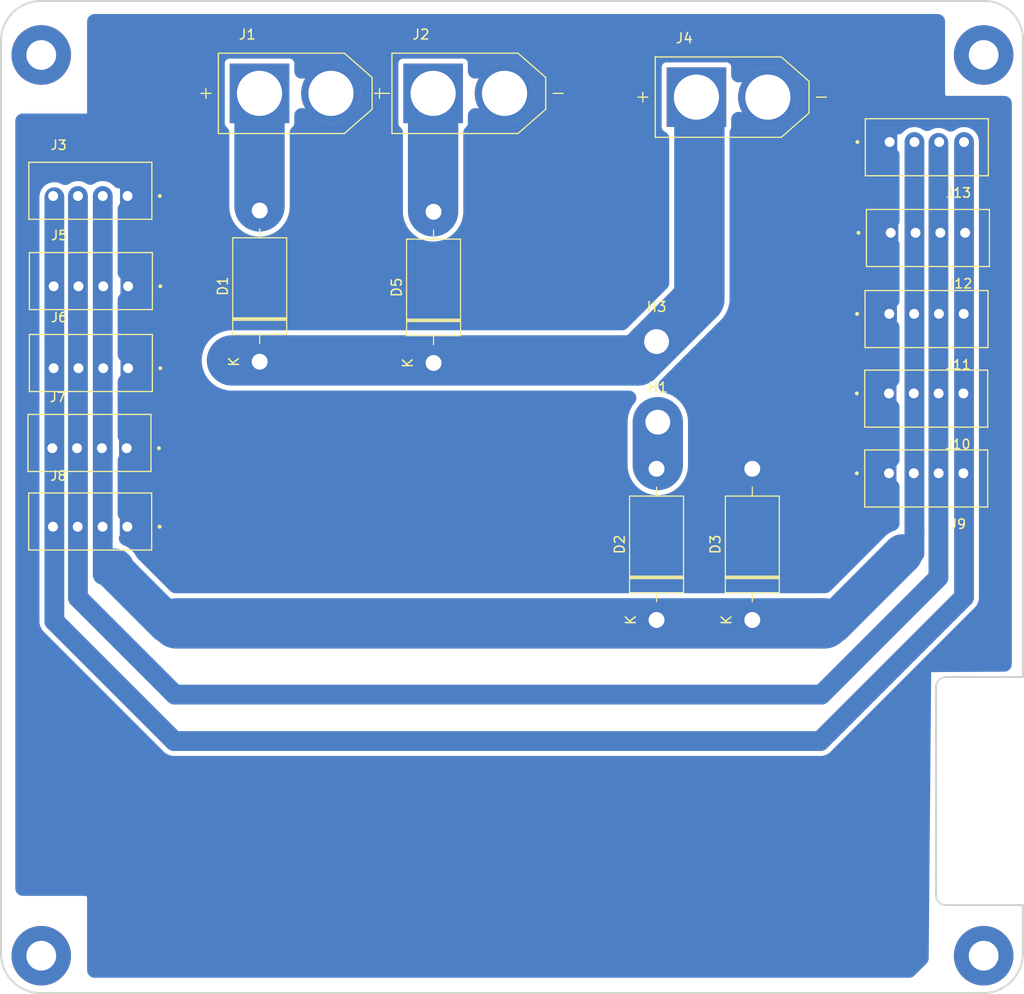
<source format=kicad_pcb>
(kicad_pcb (version 20240108) (generator "pcbnew") (generator_version "8.0")
  (title_block (title "placa de potencia"))
  (layers (0 "F.Cu" signal) (31 "B.Cu" signal) (34 "B.Paste" user) (35 "F.Paste" user) (36 "B.SilkS" user "B.Silkscreen") (37 "F.SilkS" user "F.Silkscreen") (38 "B.Mask" user) (39 "F.Mask" user) (44 "Edge.Cuts" user))
  (net 0 "")
  (net 1 "Net-(D1-K)")
  (net 2 "Net-(D1-A)")
  (net 3 "Net-(D2-K)")
  (net 4 "GND")
  (net 5 "Net-(D5-A)")
  (net 6 "Net-(J10-Pad3)")
  (net 7 "Net-(J10-Pad4)")
  (net 8 "Net-(D2-A)")
  (footprint "Diode_THT:D_DO-201AD_P15.24mm_Horizontal" (layer "F.Cu") (at 114.3 78.867 90)
    (property "Reference" "D1" (at 7.62 -3.72 90) (layer "F.SilkS"))
    (property "Value" "1N5400")
    (fp_line (start 12.49 -2.72) (end 2.75 -2.72) (stroke (width 0.12)) (layer "F.SilkS"))
    (fp_line (start 4.415 -2.72) (end 4.415 2.72) (stroke (width 0.12)) (layer "F.SilkS"))
    (fp_line (start 4.295 -2.72) (end 4.295 2.72) (stroke (width 0.12)) (layer "F.SilkS"))
    (fp_line (start 4.175 -2.72) (end 4.175 2.72) (stroke (width 0.12)) (layer "F.SilkS"))
    (fp_line (start 2.75 -2.72) (end 2.75 2.72) (stroke (width 0.12)) (layer "F.SilkS"))
    (fp_line (start 13.4 0) (end 12.49 0) (stroke (width 0.12)) (layer "F.SilkS"))
    (fp_line (start 1.84 0) (end 2.75 0) (stroke (width 0.12)) (layer "F.SilkS"))
    (fp_line (start 12.49 2.72) (end 12.49 -2.72) (stroke (width 0.12)) (layer "F.SilkS"))
    (fp_line (start 2.75 2.72) (end 12.49 2.72) (stroke (width 0.12)) (layer "F.SilkS"))
    (fp_text user "K" (at 0 -2.6 90) (layer "F.SilkS"))
    (pad "1" thru_hole rect (at 0 0 90) (size 3.2 3.2) (drill 1.6) (layers "*.Cu" "*.Mask") (net 1 "Net-(D1-K)"))
    (pad "2" thru_hole oval (at 15.24 0 90) (size 3.2 3.2) (drill 1.6) (layers "*.Cu" "*.Mask") (net 2 "Net-(D1-A)"))
  )
  (footprint "B4B-XH (conectores do motor):JST_B4B-XH-A" (layer "F.Cu") (at 181.519 74.567 180)
    (property "Reference" "J11" (at -3.2 -4.6 180) (layer "F.SilkS") (effects (font (size 0.944882 0.944882))))
    (property "Value" "B4B-XH-A")
    (fp_line (start 6.2 2.875) (end -6.2 2.875) (stroke (width 0.127)) (layer "F.SilkS"))
    (fp_line (start 6.2 -2.875) (end 6.2 2.875) (stroke (width 0.127)) (layer "F.SilkS"))
    (fp_line (start -6.2 2.875) (end -6.2 -2.875) (stroke (width 0.127)) (layer "F.SilkS"))
    (fp_line (start -6.2 -2.875) (end 6.2 -2.875) (stroke (width 0.127)) (layer "F.SilkS"))
    (fp_circle (center 7 0.525) (end 7.1 0.525) (stroke (width 0.2)) (fill none) (layer "F.SilkS"))
    (pad "1" thru_hole rect (at 3.75 0.525 180) (size 1.508 1.508) (drill 1) (layers "*.Cu" "*.Mask") (net 4 "GND"))
    (pad "2" thru_hole circle (at 1.25 0.525 180) (size 1.508 1.508) (drill 1) (layers "*.Cu" "*.Mask") (net 3 "Net-(D2-K)"))
    (pad "3" thru_hole circle (at -1.25 0.525 180) (size 1.508 1.508) (drill 1) (layers "*.Cu" "*.Mask") (net 6 "Net-(J10-Pad3)"))
    (pad "4" thru_hole circle (at -3.75 0.525 180) (size 1.508 1.508) (drill 1) (layers "*.Cu" "*.Mask") (net 7 "Net-(J10-Pad4)"))
  )
  (footprint "" (layer "F.Cu") (at 187.28 47.947)
    (property "Reference" "" (at 0 0 0) (layer "F.SilkS") (effects (font (size 1.27 1.27))))
    (property "Value" "")
    (pad "1" thru_hole circle (at 0 0) (size 6 6) (drill 3) (layers "*.Cu" "*.Mask"))
  )
  (footprint "" (layer "F.Cu") (at 187.28 138.747)
    (property "Reference" "" (at 0 0 0) (layer "F.SilkS") (effects (font (size 1.27 1.27))))
    (property "Value" "")
    (pad "1" thru_hole circle (at 0 0) (size 6 6) (drill 3) (layers "*.Cu" "*.Mask"))
  )
  (footprint "B4B-XH (conectores do motor):JST_B4B-XH-A" (layer "F.Cu") (at 97.209 94.977)
    (property "Reference" "J8" (at -3.2 -4.6 0) (layer "F.SilkS") (effects (font (size 0.944882 0.944882))))
    (property "Value" "B4B-XH-A")
    (fp_line (start -6.2 -2.875) (end 6.2 -2.875) (stroke (width 0.127)) (layer "F.SilkS"))
    (fp_line (start -6.2 2.875) (end -6.2 -2.875) (stroke (width 0.127)) (layer "F.SilkS"))
    (fp_line (start 6.2 -2.875) (end 6.2 2.875) (stroke (width 0.127)) (layer "F.SilkS"))
    (fp_line (start 6.2 2.875) (end -6.2 2.875) (stroke (width 0.127)) (layer "F.SilkS"))
    (fp_circle (center 7 0.525) (end 7.1 0.525) (stroke (width 0.2)) (fill none) (layer "F.SilkS"))
    (pad "1" thru_hole rect (at 3.75 0.525) (size 1.508 1.508) (drill 1) (layers "*.Cu" "*.Mask") (net 4 "GND"))
    (pad "2" thru_hole circle (at 1.25 0.525) (size 1.508 1.508) (drill 1) (layers "*.Cu" "*.Mask") (net 3 "Net-(D2-K)"))
    (pad "3" thru_hole circle (at -1.25 0.525) (size 1.508 1.508) (drill 1) (layers "*.Cu" "*.Mask") (net 6 "Net-(J10-Pad3)"))
    (pad "4" thru_hole circle (at -3.75 0.525) (size 1.508 1.508) (drill 1) (layers "*.Cu" "*.Mask") (net 7 "Net-(J10-Pad4)"))
  )
  (footprint "xt 60:AMASS_XT60-M" (layer "F.Cu") (at 135.382 51.816)
    (property "Reference" "J2" (at -4.825 -5.935 0) (layer "F.SilkS"))
    (property "Value" "XT60-M")
    (fp_line (start -9.5 0) (end -8.5 0) (stroke (width 0.127)) (layer "F.SilkS"))
    (fp_line (start -9 -0.5) (end -9 0.5) (stroke (width 0.127)) (layer "F.SilkS"))
    (fp_line (start -7.75 -4.05) (end 4.95 -4.05) (stroke (width 0.127)) (layer "F.SilkS"))
    (fp_line (start -7.75 4.05) (end -7.75 -4.05) (stroke (width 0.127)) (layer "F.SilkS"))
    (fp_line (start 4.95 -4.05) (end 7.75 -1.6) (stroke (width 0.127)) (layer "F.SilkS"))
    (fp_line (start 4.95 4.05) (end -7.75 4.05) (stroke (width 0.127)) (layer "F.SilkS"))
    (fp_line (start 7.75 -1.6) (end 7.75 1.6) (stroke (width 0.127)) (layer "F.SilkS"))
    (fp_line (start 7.75 1.6) (end 4.95 4.05) (stroke (width 0.127)) (layer "F.SilkS"))
    (fp_line (start 8.5 0) (end 9.5 0) (stroke (width 0.127)) (layer "F.SilkS"))
    (pad "N" thru_hole circle (at 3.6 0) (size 6 6) (drill 4.55) (layers "*.Cu" "*.Mask") (net 4 "GND"))
    (pad "P" thru_hole rect (at -3.6 0) (size 6 6) (drill 4.55) (layers "*.Cu" "*.Mask") (net 5 "Net-(D5-A)"))
  )
  (footprint "B4B-XH (conectores do motor):JST_B4B-XH-A" (layer "F.Cu") (at 97.229 61.637)
    (property "Reference" "J3" (at -3.2 -4.6 0) (layer "F.SilkS") (effects (font (size 0.944882 0.944882))))
    (property "Value" "B4B-XH-A")
    (fp_line (start -6.2 -2.875) (end 6.2 -2.875) (stroke (width 0.127)) (layer "F.SilkS"))
    (fp_line (start -6.2 2.875) (end -6.2 -2.875) (stroke (width 0.127)) (layer "F.SilkS"))
    (fp_line (start 6.2 -2.875) (end 6.2 2.875) (stroke (width 0.127)) (layer "F.SilkS"))
    (fp_line (start 6.2 2.875) (end -6.2 2.875) (stroke (width 0.127)) (layer "F.SilkS"))
    (fp_circle (center 7 0.525) (end 7.1 0.525) (stroke (width 0.2)) (fill none) (layer "F.SilkS"))
    (pad "1" thru_hole rect (at 3.75 0.525) (size 1.508 1.508) (drill 1) (layers "*.Cu" "*.Mask") (net 4 "GND"))
    (pad "2" thru_hole circle (at 1.25 0.525) (size 1.508 1.508) (drill 1) (layers "*.Cu" "*.Mask") (net 3 "Net-(D2-K)"))
    (pad "3" thru_hole circle (at -1.25 0.525) (size 1.508 1.508) (drill 1) (layers "*.Cu" "*.Mask") (net 6 "Net-(J10-Pad3)"))
    (pad "4" thru_hole circle (at -3.75 0.525) (size 1.508 1.508) (drill 1) (layers "*.Cu" "*.Mask") (net 7 "Net-(J10-Pad4)"))
  )
  (footprint "B4B-XH (conectores do motor):JST_B4B-XH-A" (layer "F.Cu") (at 97.279 78.997)
    (property "Reference" "J6" (at -3.2 -4.6 0) (layer "F.SilkS") (effects (font (size 0.944882 0.944882))))
    (property "Value" "B4B-XH-A")
    (fp_line (start -6.2 -2.875) (end 6.2 -2.875) (stroke (width 0.127)) (layer "F.SilkS"))
    (fp_line (start -6.2 2.875) (end -6.2 -2.875) (stroke (width 0.127)) (layer "F.SilkS"))
    (fp_line (start 6.2 -2.875) (end 6.2 2.875) (stroke (width 0.127)) (layer "F.SilkS"))
    (fp_line (start 6.2 2.875) (end -6.2 2.875) (stroke (width 0.127)) (layer "F.SilkS"))
    (fp_circle (center 7 0.525) (end 7.1 0.525) (stroke (width 0.2)) (fill none) (layer "F.SilkS"))
    (pad "1" thru_hole rect (at 3.75 0.525) (size 1.508 1.508) (drill 1) (layers "*.Cu" "*.Mask") (net 4 "GND"))
    (pad "2" thru_hole circle (at 1.25 0.525) (size 1.508 1.508) (drill 1) (layers "*.Cu" "*.Mask") (net 3 "Net-(D2-K)"))
    (pad "3" thru_hole circle (at -1.25 0.525) (size 1.508 1.508) (drill 1) (layers "*.Cu" "*.Mask") (net 6 "Net-(J10-Pad3)"))
    (pad "4" thru_hole circle (at -3.75 0.525) (size 1.508 1.508) (drill 1) (layers "*.Cu" "*.Mask") (net 7 "Net-(J10-Pad4)"))
  )
  (footprint "" (layer "F.Cu") (at 92.28 138.747)
    (property "Reference" "" (at 0 0 0) (layer "F.SilkS") (effects (font (size 1.27 1.27))))
    (property "Value" "")
    (pad "1" thru_hole circle (at 0 0) (size 6 6) (drill 3) (layers "*.Cu" "*.Mask"))
  )
  (footprint "B4B-XH (conectores do motor):JST_B4B-XH-A" (layer "F.Cu") (at 97.139 87.057)
    (property "Reference" "J7" (at -3.2 -4.6 0) (layer "F.SilkS") (effects (font (size 0.944882 0.944882))))
    (property "Value" "B4B-XH-A")
    (fp_line (start -6.2 -2.875) (end 6.2 -2.875) (stroke (width 0.127)) (layer "F.SilkS"))
    (fp_line (start -6.2 2.875) (end -6.2 -2.875) (stroke (width 0.127)) (layer "F.SilkS"))
    (fp_line (start 6.2 -2.875) (end 6.2 2.875) (stroke (width 0.127)) (layer "F.SilkS"))
    (fp_line (start 6.2 2.875) (end -6.2 2.875) (stroke (width 0.127)) (layer "F.SilkS"))
    (fp_circle (center 7 0.525) (end 7.1 0.525) (stroke (width 0.2)) (fill none) (layer "F.SilkS"))
    (pad "1" thru_hole rect (at 3.75 0.525) (size 1.508 1.508) (drill 1) (layers "*.Cu" "*.Mask") (net 4 "GND"))
    (pad "2" thru_hole circle (at 1.25 0.525) (size 1.508 1.508) (drill 1) (layers "*.Cu" "*.Mask") (net 3 "Net-(D2-K)"))
    (pad "3" thru_hole circle (at -1.25 0.525) (size 1.508 1.508) (drill 1) (layers "*.Cu" "*.Mask") (net 6 "Net-(J10-Pad3)"))
    (pad "4" thru_hole circle (at -3.75 0.525) (size 1.508 1.508) (drill 1) (layers "*.Cu" "*.Mask") (net 7 "Net-(J10-Pad4)"))
  )
  (footprint "B4B-XH (conectores do motor):JST_B4B-XH-A" (layer "F.Cu") (at 181.5515 57.247 180)
    (property "Reference" "J13" (at -3.2 -4.6 180) (layer "F.SilkS") (effects (font (size 0.944882 0.944882))))
    (property "Value" "B4B-XH-A")
    (fp_line (start 6.2 2.875) (end -6.2 2.875) (stroke (width 0.127)) (layer "F.SilkS"))
    (fp_line (start 6.2 -2.875) (end 6.2 2.875) (stroke (width 0.127)) (layer "F.SilkS"))
    (fp_line (start -6.2 2.875) (end -6.2 -2.875) (stroke (width 0.127)) (layer "F.SilkS"))
    (fp_line (start -6.2 -2.875) (end 6.2 -2.875) (stroke (width 0.127)) (layer "F.SilkS"))
    (fp_circle (center 7 0.525) (end 7.1 0.525) (stroke (width 0.2)) (fill none) (layer "F.SilkS"))
    (pad "1" thru_hole rect (at 3.75 0.525 180) (size 1.508 1.508) (drill 1) (layers "*.Cu" "*.Mask") (net 4 "GND"))
    (pad "2" thru_hole circle (at 1.25 0.525 180) (size 1.508 1.508) (drill 1) (layers "*.Cu" "*.Mask") (net 3 "Net-(D2-K)"))
    (pad "3" thru_hole circle (at -1.25 0.525 180) (size 1.508 1.508) (drill 1) (layers "*.Cu" "*.Mask") (net 6 "Net-(J10-Pad3)"))
    (pad "4" thru_hole circle (at -3.75 0.525 180) (size 1.508 1.508) (drill 1) (layers "*.Cu" "*.Mask") (net 7 "Net-(J10-Pad4)"))
  )
  (footprint "xt 60:AMASS_XT60-M" (layer "F.Cu") (at 117.882 51.816)
    (property "Reference" "J1" (at -4.825 -5.935 0) (layer "F.SilkS"))
    (property "Value" "XT60-M")
    (fp_line (start -9.5 0) (end -8.5 0) (stroke (width 0.127)) (layer "F.SilkS"))
    (fp_line (start -9 -0.5) (end -9 0.5) (stroke (width 0.127)) (layer "F.SilkS"))
    (fp_line (start -7.75 -4.05) (end 4.95 -4.05) (stroke (width 0.127)) (layer "F.SilkS"))
    (fp_line (start -7.75 4.05) (end -7.75 -4.05) (stroke (width 0.127)) (layer "F.SilkS"))
    (fp_line (start 4.95 -4.05) (end 7.75 -1.6) (stroke (width 0.127)) (layer "F.SilkS"))
    (fp_line (start 4.95 4.05) (end -7.75 4.05) (stroke (width 0.127)) (layer "F.SilkS"))
    (fp_line (start 7.75 -1.6) (end 7.75 1.6) (stroke (width 0.127)) (layer "F.SilkS"))
    (fp_line (start 7.75 1.6) (end 4.95 4.05) (stroke (width 0.127)) (layer "F.SilkS"))
    (fp_line (start 8.5 0) (end 9.5 0) (stroke (width 0.127)) (layer "F.SilkS"))
    (pad "N" thru_hole circle (at 3.6 0) (size 6 6) (drill 4.55) (layers "*.Cu" "*.Mask") (net 4 "GND"))
    (pad "P" thru_hole rect (at -3.6 0) (size 6 6) (drill 4.55) (layers "*.Cu" "*.Mask") (net 2 "Net-(D1-A)"))
  )
  (footprint "Diode_THT:D_DO-201AD_P15.24mm_Horizontal" (layer "F.Cu") (at 154.305 104.902 90)
    (property "Reference" "D2" (at 7.62 -3.72 90) (layer "F.SilkS"))
    (property "Value" "1N5400")
    (fp_line (start 12.49 -2.72) (end 2.75 -2.72) (stroke (width 0.12)) (layer "F.SilkS"))
    (fp_line (start 4.415 -2.72) (end 4.415 2.72) (stroke (width 0.12)) (layer "F.SilkS"))
    (fp_line (start 4.295 -2.72) (end 4.295 2.72) (stroke (width 0.12)) (layer "F.SilkS"))
    (fp_line (start 4.175 -2.72) (end 4.175 2.72) (stroke (width 0.12)) (layer "F.SilkS"))
    (fp_line (start 2.75 -2.72) (end 2.75 2.72) (stroke (width 0.12)) (layer "F.SilkS"))
    (fp_line (start 13.4 0) (end 12.49 0) (stroke (width 0.12)) (layer "F.SilkS"))
    (fp_line (start 1.84 0) (end 2.75 0) (stroke (width 0.12)) (layer "F.SilkS"))
    (fp_line (start 12.49 2.72) (end 12.49 -2.72) (stroke (width 0.12)) (layer "F.SilkS"))
    (fp_line (start 2.75 2.72) (end 12.49 2.72) (stroke (width 0.12)) (layer "F.SilkS"))
    (fp_text user "K" (at 0 -2.6 90) (layer "F.SilkS"))
    (pad "1" thru_hole rect (at 0 0 90) (size 3.2 3.2) (drill 1.6) (layers "*.Cu" "*.Mask") (net 3 "Net-(D2-K)"))
    (pad "2" thru_hole oval (at 15.24 0 90) (size 3.2 3.2) (drill 1.6) (layers "*.Cu" "*.Mask") (net 8 "Net-(D2-A)"))
  )
  (footprint "B4B-XH (conectores do motor):JST_B4B-XH-A" (layer "F.Cu") (at 181.489 82.587 180)
    (property "Reference" "J10" (at -3.2 -4.6 180) (layer "F.SilkS") (effects (font (size 0.944882 0.944882))))
    (property "Value" "B4B-XH-A")
    (fp_line (start 6.2 2.875) (end -6.2 2.875) (stroke (width 0.127)) (layer "F.SilkS"))
    (fp_line (start 6.2 -2.875) (end 6.2 2.875) (stroke (width 0.127)) (layer "F.SilkS"))
    (fp_line (start -6.2 2.875) (end -6.2 -2.875) (stroke (width 0.127)) (layer "F.SilkS"))
    (fp_line (start -6.2 -2.875) (end 6.2 -2.875) (stroke (width 0.127)) (layer "F.SilkS"))
    (fp_circle (center 7 0.525) (end 7.1 0.525) (stroke (width 0.2)) (fill none) (layer "F.SilkS"))
    (pad "1" thru_hole rect (at 3.75 0.525 180) (size 1.508 1.508) (drill 1) (layers "*.Cu" "*.Mask") (net 4 "GND"))
    (pad "2" thru_hole circle (at 1.25 0.525 180) (size 1.508 1.508) (drill 1) (layers "*.Cu" "*.Mask") (net 3 "Net-(D2-K)"))
    (pad "3" thru_hole circle (at -1.25 0.525 180) (size 1.508 1.508) (drill 1) (layers "*.Cu" "*.Mask") (net 6 "Net-(J10-Pad3)"))
    (pad "4" thru_hole circle (at -3.75 0.525 180) (size 1.508 1.508) (drill 1) (layers "*.Cu" "*.Mask") (net 7 "Net-(J10-Pad4)"))
  )
  (footprint "Diode_THT:D_DO-201AD_P15.24mm_Horizontal" (layer "F.Cu") (at 163.957 104.902 90)
    (property "Reference" "D3" (at 7.62 -3.72 90) (layer "F.SilkS"))
    (property "Value" "1N5400")
    (fp_line (start 12.49 -2.72) (end 2.75 -2.72) (stroke (width 0.12)) (layer "F.SilkS"))
    (fp_line (start 4.415 -2.72) (end 4.415 2.72) (stroke (width 0.12)) (layer "F.SilkS"))
    (fp_line (start 4.295 -2.72) (end 4.295 2.72) (stroke (width 0.12)) (layer "F.SilkS"))
    (fp_line (start 4.175 -2.72) (end 4.175 2.72) (stroke (width 0.12)) (layer "F.SilkS"))
    (fp_line (start 2.75 -2.72) (end 2.75 2.72) (stroke (width 0.12)) (layer "F.SilkS"))
    (fp_line (start 13.4 0) (end 12.49 0) (stroke (width 0.12)) (layer "F.SilkS"))
    (fp_line (start 1.84 0) (end 2.75 0) (stroke (width 0.12)) (layer "F.SilkS"))
    (fp_line (start 12.49 2.72) (end 12.49 -2.72) (stroke (width 0.12)) (layer "F.SilkS"))
    (fp_line (start 2.75 2.72) (end 12.49 2.72) (stroke (width 0.12)) (layer "F.SilkS"))
    (fp_text user "K" (at 0 -2.6 90) (layer "F.SilkS"))
    (pad "1" thru_hole rect (at 0 0 90) (size 3.2 3.2) (drill 1.6) (layers "*.Cu" "*.Mask") (net 3 "Net-(D2-K)"))
    (pad "2" thru_hole oval (at 15.24 0 90) (size 3.2 3.2) (drill 1.6) (layers "*.Cu" "*.Mask") (net 4 "GND"))
  )
  (footprint "MountingHole:MountingHole_2.5mm_Pad" (layer "F.Cu") (at 154.305 76.835)
    (property "Reference" "H3" (at 0 -3.5 0) (layer "F.SilkS"))
    (property "Value" "MountingHole_Pad")
    (pad "1" thru_hole circle (at 0 0) (size 5 5) (drill 2.5) (layers "*.Cu" "*.Mask") (net 1 "Net-(D1-K)"))
  )
  (footprint "MountingHole:MountingHole_2.5mm_Pad" (layer "F.Cu") (at 154.432 84.963)
    (property "Reference" "H1" (at 0 -3.5 0) (layer "F.SilkS"))
    (property "Value" "MountingHole_Pad")
    (pad "1" thru_hole circle (at 0 0) (size 5 5) (drill 2.5) (layers "*.Cu" "*.Mask") (net 8 "Net-(D2-A)"))
  )
  (footprint "B4B-XH (conectores do motor):JST_B4B-XH-A" (layer "F.Cu") (at 181.6615 66.397 180)
    (property "Reference" "J12" (at -3.2 -4.6 180) (layer "F.SilkS") (effects (font (size 0.944882 0.944882))))
    (property "Value" "B4B-XH-A")
    (fp_line (start 6.2 2.875) (end -6.2 2.875) (stroke (width 0.127)) (layer "F.SilkS"))
    (fp_line (start 6.2 -2.875) (end 6.2 2.875) (stroke (width 0.127)) (layer "F.SilkS"))
    (fp_line (start -6.2 2.875) (end -6.2 -2.875) (stroke (width 0.127)) (layer "F.SilkS"))
    (fp_line (start -6.2 -2.875) (end 6.2 -2.875) (stroke (width 0.127)) (layer "F.SilkS"))
    (fp_circle (center 7 0.525) (end 7.1 0.525) (stroke (width 0.2)) (fill none) (layer "F.SilkS"))
    (pad "1" thru_hole rect (at 3.75 0.525 180) (size 1.508 1.508) (drill 1) (layers "*.Cu" "*.Mask") (net 4 "GND"))
    (pad "2" thru_hole circle (at 1.25 0.525 180) (size 1.508 1.508) (drill 1) (layers "*.Cu" "*.Mask") (net 3 "Net-(D2-K)"))
    (pad "3" thru_hole circle (at -1.25 0.525 180) (size 1.508 1.508) (drill 1) (layers "*.Cu" "*.Mask") (net 6 "Net-(J10-Pad3)"))
    (pad "4" thru_hole circle (at -3.75 0.525 180) (size 1.508 1.508) (drill 1) (layers "*.Cu" "*.Mask") (net 7 "Net-(J10-Pad4)"))
  )
  (footprint "xt 60:AMASS_XT60-M" (layer "F.Cu") (at 161.925 52.197)
    (property "Reference" "J4" (at -4.825 -5.935 0) (layer "F.SilkS"))
    (property "Value" "XT60-M")
    (fp_line (start -9.5 0) (end -8.5 0) (stroke (width 0.127)) (layer "F.SilkS"))
    (fp_line (start -9 -0.5) (end -9 0.5) (stroke (width 0.127)) (layer "F.SilkS"))
    (fp_line (start -7.75 -4.05) (end 4.95 -4.05) (stroke (width 0.127)) (layer "F.SilkS"))
    (fp_line (start -7.75 4.05) (end -7.75 -4.05) (stroke (width 0.127)) (layer "F.SilkS"))
    (fp_line (start 4.95 -4.05) (end 7.75 -1.6) (stroke (width 0.127)) (layer "F.SilkS"))
    (fp_line (start 4.95 4.05) (end -7.75 4.05) (stroke (width 0.127)) (layer "F.SilkS"))
    (fp_line (start 7.75 -1.6) (end 7.75 1.6) (stroke (width 0.127)) (layer "F.SilkS"))
    (fp_line (start 7.75 1.6) (end 4.95 4.05) (stroke (width 0.127)) (layer "F.SilkS"))
    (fp_line (start 8.5 0) (end 9.5 0) (stroke (width 0.127)) (layer "F.SilkS"))
    (pad "N" thru_hole circle (at 3.6 0) (size 6 6) (drill 4.55) (layers "*.Cu" "*.Mask") (net 4 "GND"))
    (pad "P" thru_hole rect (at -3.6 0) (size 6 6) (drill 4.55) (layers "*.Cu" "*.Mask") (net 1 "Net-(D1-K)"))
  )
  (footprint "B4B-XH (conectores do motor):JST_B4B-XH-A" (layer "F.Cu") (at 97.282 70.739)
    (property "Reference" "J5" (at -3.2 -4.6 0) (layer "F.SilkS") (effects (font (size 0.944882 0.944882))))
    (property "Value" "B4B-XH-A")
    (fp_line (start -6.2 -2.875) (end 6.2 -2.875) (stroke (width 0.127)) (layer "F.SilkS"))
    (fp_line (start -6.2 2.875) (end -6.2 -2.875) (stroke (width 0.127)) (layer "F.SilkS"))
    (fp_line (start 6.2 -2.875) (end 6.2 2.875) (stroke (width 0.127)) (layer "F.SilkS"))
    (fp_line (start 6.2 2.875) (end -6.2 2.875) (stroke (width 0.127)) (layer "F.SilkS"))
    (fp_circle (center 7 0.525) (end 7.1 0.525) (stroke (width 0.2)) (fill none) (layer "F.SilkS"))
    (pad "1" thru_hole rect (at 3.75 0.525) (size 1.508 1.508) (drill 1) (layers "*.Cu" "*.Mask") (net 4 "GND"))
    (pad "2" thru_hole circle (at 1.25 0.525) (size 1.508 1.508) (drill 1) (layers "*.Cu" "*.Mask") (net 3 "Net-(D2-K)"))
    (pad "3" thru_hole circle (at -1.25 0.525) (size 1.508 1.508) (drill 1) (layers "*.Cu" "*.Mask") (net 6 "Net-(J10-Pad3)"))
    (pad "4" thru_hole circle (at -3.75 0.525) (size 1.508 1.508) (drill 1) (layers "*.Cu" "*.Mask") (net 7 "Net-(J10-Pad4)"))
  )
  (footprint "B4B-XH (conectores do motor):JST_B4B-XH-A" (layer "F.Cu") (at 181.489 90.637 180)
    (property "Reference" "J9" (at -3.2 -4.6 180) (layer "F.SilkS") (effects (font (size 0.944882 0.944882))))
    (property "Value" "B4B-XH-A")
    (fp_line (start 6.2 2.875) (end -6.2 2.875) (stroke (width 0.127)) (layer "F.SilkS"))
    (fp_line (start 6.2 -2.875) (end 6.2 2.875) (stroke (width 0.127)) (layer "F.SilkS"))
    (fp_line (start -6.2 2.875) (end -6.2 -2.875) (stroke (width 0.127)) (layer "F.SilkS"))
    (fp_line (start -6.2 -2.875) (end 6.2 -2.875) (stroke (width 0.127)) (layer "F.SilkS"))
    (fp_circle (center 7 0.525) (end 7.1 0.525) (stroke (width 0.2)) (fill none) (layer "F.SilkS"))
    (pad "1" thru_hole rect (at 3.75 0.525 180) (size 1.508 1.508) (drill 1) (layers "*.Cu" "*.Mask") (net 4 "GND"))
    (pad "2" thru_hole circle (at 1.25 0.525 180) (size 1.508 1.508) (drill 1) (layers "*.Cu" "*.Mask") (net 3 "Net-(D2-K)"))
    (pad "3" thru_hole circle (at -1.25 0.525 180) (size 1.508 1.508) (drill 1) (layers "*.Cu" "*.Mask") (net 6 "Net-(J10-Pad3)"))
    (pad "4" thru_hole circle (at -3.75 0.525 180) (size 1.508 1.508) (drill 1) (layers "*.Cu" "*.Mask") (net 7 "Net-(J10-Pad4)"))
  )
  (footprint "Diode_THT:D_DO-201AD_P15.24mm_Horizontal" (layer "F.Cu") (at 131.826 78.994 90)
    (property "Reference" "D5" (at 7.62 -3.72 90) (layer "F.SilkS"))
    (property "Value" "1N5400")
    (fp_line (start 12.49 -2.72) (end 2.75 -2.72) (stroke (width 0.12)) (layer "F.SilkS"))
    (fp_line (start 4.415 -2.72) (end 4.415 2.72) (stroke (width 0.12)) (layer "F.SilkS"))
    (fp_line (start 4.295 -2.72) (end 4.295 2.72) (stroke (width 0.12)) (layer "F.SilkS"))
    (fp_line (start 4.175 -2.72) (end 4.175 2.72) (stroke (width 0.12)) (layer "F.SilkS"))
    (fp_line (start 2.75 -2.72) (end 2.75 2.72) (stroke (width 0.12)) (layer "F.SilkS"))
    (fp_line (start 13.4 0) (end 12.49 0) (stroke (width 0.12)) (layer "F.SilkS"))
    (fp_line (start 1.84 0) (end 2.75 0) (stroke (width 0.12)) (layer "F.SilkS"))
    (fp_line (start 12.49 2.72) (end 12.49 -2.72) (stroke (width 0.12)) (layer "F.SilkS"))
    (fp_line (start 2.75 2.72) (end 12.49 2.72) (stroke (width 0.12)) (layer "F.SilkS"))
    (fp_text user "K" (at 0 -2.6 90) (layer "F.SilkS"))
    (pad "1" thru_hole rect (at 0 0 90) (size 3.2 3.2) (drill 1.6) (layers "*.Cu" "*.Mask") (net 1 "Net-(D1-K)"))
    (pad "2" thru_hole oval (at 15.24 0 90) (size 3.2 3.2) (drill 1.6) (layers "*.Cu" "*.Mask") (net 5 "Net-(D5-A)"))
  )
  (footprint "" (layer "F.Cu") (at 92.28 47.947)
    (property "Reference" "" (at 0 0 0) (layer "F.SilkS") (effects (font (size 1.27 1.27))))
    (property "Value" "")
    (pad "1" thru_hole circle (at 0 0) (size 6 6) (drill 3) (layers "*.Cu" "*.Mask"))
  )
  (gr_arc (start 92.485 142.506998) (mid 89.486791 141.430321) (end 88.220818 138.507) (stroke (width 0.2)) (layer "Edge.Cuts"))
  (gr_line (start 183.48 110.647) (end 191.229 110.647) (stroke (width 0.2)) (layer "Edge.Cuts"))
  (gr_line (start 182.48 111.647) (end 182.48 132.646407) (stroke (width 0.2)) (layer "Edge.Cuts"))
  (gr_line (start 187.1 142.506999) (end 92.485 142.506998) (stroke (width 0.2)) (layer "Edge.Cuts"))
  (gr_arc (start 182.48 111.647) (mid 182.772893 110.939893) (end 183.48 110.647) (stroke (width 0.2)) (layer "Edge.Cuts"))
  (gr_line (start 92.104 42.507) (end 187.358 42.507) (stroke (width 0.2)) (layer "Edge.Cuts"))
  (gr_arc (start 88.229 46.507) (mid 89.400573 43.678573) (end 92.229 42.507) (stroke (width 0.2)) (layer "Edge.Cuts"))
  (gr_line (start 191.229 46.507) (end 191.229 110.647) (stroke (width 0.2)) (layer "Edge.Cuts"))
  (gr_line (start 88.229 138.507) (end 88.229 46.507) (stroke (width 0.2)) (layer "Edge.Cuts"))
  (gr_line (start 183.480593 133.646407) (end 191.229 133.642329) (stroke (width 0.2)) (layer "Edge.Cuts"))
  (gr_line (start 191.229 138.507) (end 191.229 133.642329) (stroke (width 0.2)) (layer "Edge.Cuts"))
  (gr_arc (start 187.354 42.504552) (mid 190.108452 43.645995) (end 191.24817 46.401171) (stroke (width 0.2)) (layer "Edge.Cuts"))
  (gr_arc (start 183.480593 133.646407) (mid 182.7731 133.353724) (end 182.48 132.646407) (stroke (width 0.2)) (layer "Edge.Cuts"))
  (gr_arc (start 191.231079 138.507) (mid 190.012915 141.382144) (end 187.1 142.506999) (stroke (width 0.2)) (layer "Edge.Cuts"))
  (segment (start 131.699 78.867) (end 131.826 78.994) (width 0.25) (layer "B.Cu") (net 1))
  (segment (start 158.623 72.517) (end 158.623 52.495) (width 5.08) (layer "B.Cu") (net 1))
  (segment (start 158.623 52.495) (end 158.325 52.197) (width 0.25) (layer "B.Cu") (net 1))
  (segment (start 132.08 78.74) (end 152.4 78.74) (width 5.08) (layer "B.Cu") (net 1))
  (segment (start 111.506 78.74) (end 131.572 78.74) (width 5.08) (layer "B.Cu") (net 1))
  (segment (start 152.4 78.74) (end 158.623 72.517) (width 5.08) (layer "B.Cu") (net 1))
  (segment (start 114.282 63.21) (end 114.326 63.254) (width 0.25) (layer "B.Cu") (net 2))
  (segment (start 114.282 51.816) (end 114.282 63.21) (width 5.08) (layer "B.Cu") (net 2))
  (segment (start 180.3015 96.1745) (end 180.3015 98.1845) (width 2) (layer "B.Cu") (net 3))
  (segment (start 99.659 99.897) (end 99.659 99.697) (width 4) (layer "B.Cu") (net 3))
  (segment (start 179.089 98.267) (end 179.099 98.267) (width 4) (layer "B.Cu") (net 3))
  (segment (start 105.009 105.247) (end 99.659 99.897) (width 4) (layer "B.Cu") (net 3))
  (segment (start 172.109 105.247) (end 179.089 98.267) (width 4) (layer "B.Cu") (net 3))
  (segment (start 170.739 105.247) (end 171.229 105.247) (width 5.08) (layer "B.Cu") (net 3))
  (segment (start 98.479 62.162) (end 98.479 100.347) (width 2) (layer "B.Cu") (net 3))
  (segment (start 180.3015 56.722) (end 180.3015 96.1745) (width 2) (layer "B.Cu") (net 3))
  (segment (start 171.689 105.247) (end 172.109 105.247) (width 4) (layer "B.Cu") (net 3))
  (segment (start 180.179 56.8445) (end 180.3015 56.722) (width 0.25) (layer "B.Cu") (net 3))
  (segment (start 105.899 105.247) (end 170.739 105.247) (width 5.08) (layer "B.Cu") (net 3))
  (segment (start 131.782 63.71) (end 131.826 63.754) (width 0.25) (layer "B.Cu") (net 5))
  (segment (start 131.782 51.816) (end 131.782 63.71) (width 5.08) (layer "B.Cu") (net 5))
  (segment (start 105.749 112.427) (end 170.91 112.427) (width 2) (layer "B.Cu") (net 6))
  (segment (start 170.91 112.427) (end 182.719 100.618) (width 2) (layer "B.Cu") (net 6))
  (segment (start 182.719 56.8045) (end 182.8015 56.722) (width 0.25) (layer "B.Cu") (net 6))
  (segment (start 95.979 62.162) (end 95.979 102.657) (width 2) (layer "B.Cu") (net 6))
  (segment (start 95.979 102.657) (end 105.749 112.427) (width 2) (layer "B.Cu") (net 6))
  (segment (start 182.719 100.618) (end 182.719 56.8045) (width 2) (layer "B.Cu") (net 6))
  (segment (start 185.3015 56.722) (end 185.3015 102.6075) (width 2) (layer "B.Cu") (net 7))
  (segment (start 185.3015 102.6075) (end 170.802 117.107) (width 2) (layer "B.Cu") (net 7))
  (segment (start 93.479 62.162) (end 93.459 62.182) (width 0.25) (layer "B.Cu") (net 7))
  (segment (start 170.802 117.107) (end 105.689 117.107) (width 2) (layer "B.Cu") (net 7))
  (segment (start 93.459 62.182) (end 93.459 95.502) (width 0.25) (layer "B.Cu") (net 7))
  (segment (start 93.599 62.282) (end 93.479 62.162) (width 0.25) (layer "B.Cu") (net 7))
  (segment (start 93.599 105.017) (end 93.599 62.282) (width 2) (layer "B.Cu") (net 7))
  (segment (start 105.689 117.107) (end 93.599 105.017) (width 2) (layer "B.Cu") (net 7))
  (segment (start 153.67 90.297) (end 153.797 90.424) (width 0.25) (layer "B.Cu") (net 8))
  (segment (start 153.797 89.916) (end 154.432 89.281) (width 1) (layer "B.Cu") (net 8))
  (segment (start 154.432 89.281) (end 154.432 84.963) (width 5.08) (layer "B.Cu") (net 8))
  (zone (net 4) (net_name "GND") (layer "B.Cu") (connect_pads (clearance 0.5)) (min_thickness 1.5) (fill yes (thermal_gap 0) (thermal_bridge_width 1.5))
    (polygon (pts (xy 96.901 53.848) (xy 90.043 53.848) (xy 89.916 53.721) (xy 89.662 53.975) (xy 89.662 132.715) (xy 96.774 132.715) (xy 96.901 132.842) (xy 96.901 140.97) (xy 180.086 140.97) (xy 181.737 139.319) (xy 181.991 110.161175) (xy 190.119 110.109) (xy 190.119 52.07) (xy 183.515 52.07) (xy 183.388 51.943) (xy 183.388 43.815) (xy 96.901 43.815)))
  )
)
</source>
